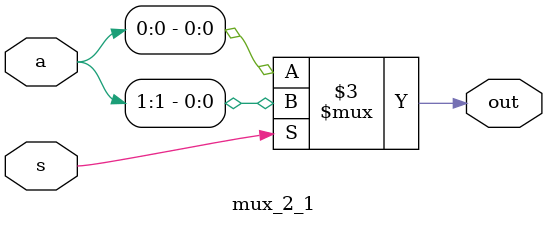
<source format=v>
`timescale 1ns / 1ps;


module mux_2_1(a,s,out);
    input [1:0]a;
    input s;
    output reg out;
    
    // assign out = sel ? a[1] : a[0];
    // assign out = (~(sel)&a[0]) | (sel&a[1]);
    always@(*)
    begin
        if (s)
            out = a[1];
        else
            out = a[0];
    end
endmodule

</source>
